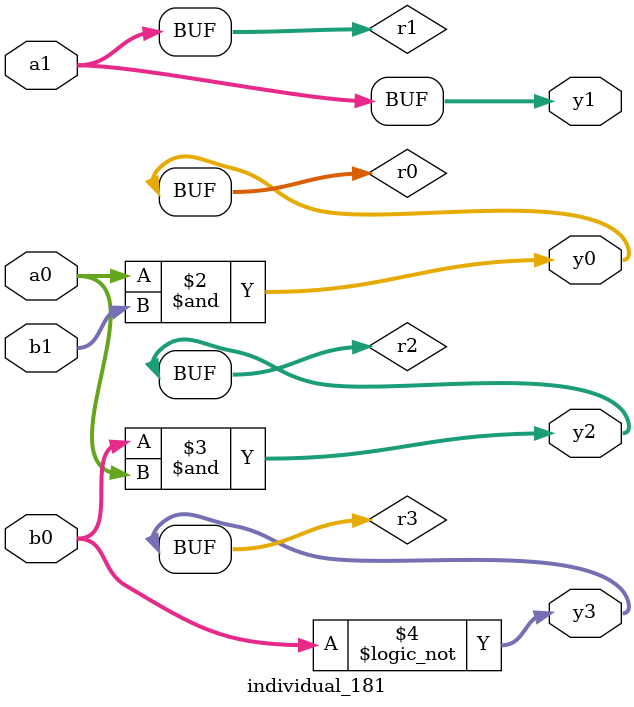
<source format=sv>
module individual_181(input logic [15:0] a1, input logic [15:0] a0, input logic [15:0] b1, input logic [15:0] b0, output logic [15:0] y3, output logic [15:0] y2, output logic [15:0] y1, output logic [15:0] y0);
logic [15:0] r0, r1, r2, r3; 
 always@(*) begin 
	 r0 = a0; r1 = a1; r2 = b0; r3 = b1; 
 	 r0  &=  b1 ;
 	 r2  &=  a0 ;
 	 r3 = ! b0 ;
 	 y3 = r3; y2 = r2; y1 = r1; y0 = r0; 
end
endmodule
</source>
